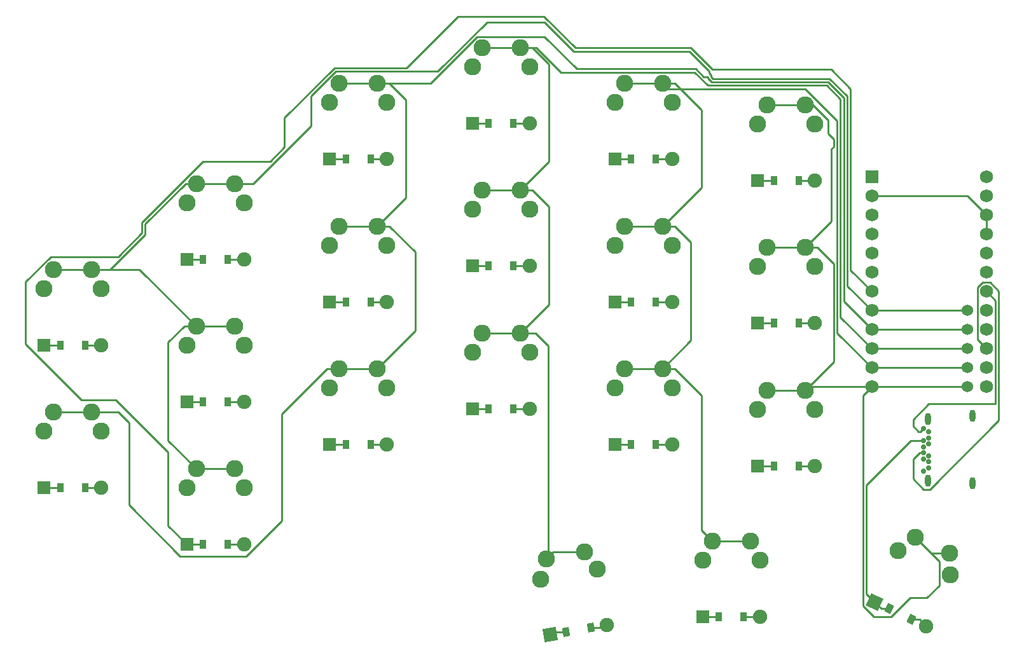
<source format=gbr>
%TF.GenerationSoftware,KiCad,Pcbnew,(7.0.0-0)*%
%TF.CreationDate,2023-06-05T18:59:04+10:00*%
%TF.ProjectId,trone,74726f6e-652e-46b6-9963-61645f706362,v1.0.0*%
%TF.SameCoordinates,Original*%
%TF.FileFunction,Copper,L2,Bot*%
%TF.FilePolarity,Positive*%
%FSLAX46Y46*%
G04 Gerber Fmt 4.6, Leading zero omitted, Abs format (unit mm)*
G04 Created by KiCad (PCBNEW (7.0.0-0)) date 2023-06-05 18:59:04*
%MOMM*%
%LPD*%
G01*
G04 APERTURE LIST*
G04 Aperture macros list*
%AMRotRect*
0 Rectangle, with rotation*
0 The origin of the aperture is its center*
0 $1 length*
0 $2 width*
0 $3 Rotation angle, in degrees counterclockwise*
0 Add horizontal line*
21,1,$1,$2,0,0,$3*%
G04 Aperture macros list end*
%TA.AperFunction,ComponentPad*%
%ADD10C,2.286000*%
%TD*%
%TA.AperFunction,ComponentPad*%
%ADD11RotRect,1.778000X1.778000X10.000000*%
%TD*%
%TA.AperFunction,SMDPad,CuDef*%
%ADD12RotRect,0.900000X1.200000X10.000000*%
%TD*%
%TA.AperFunction,ComponentPad*%
%ADD13C,1.905000*%
%TD*%
%TA.AperFunction,ComponentPad*%
%ADD14R,1.778000X1.778000*%
%TD*%
%TA.AperFunction,SMDPad,CuDef*%
%ADD15R,0.900000X1.200000*%
%TD*%
%TA.AperFunction,ComponentPad*%
%ADD16R,1.752600X1.752600*%
%TD*%
%TA.AperFunction,ComponentPad*%
%ADD17C,1.752600*%
%TD*%
%TA.AperFunction,ComponentPad*%
%ADD18C,1.524000*%
%TD*%
%TA.AperFunction,ComponentPad*%
%ADD19RotRect,1.778000X1.778000X335.000000*%
%TD*%
%TA.AperFunction,SMDPad,CuDef*%
%ADD20RotRect,0.900000X1.200000X335.000000*%
%TD*%
%TA.AperFunction,ComponentPad*%
%ADD21C,0.700000*%
%TD*%
%TA.AperFunction,ComponentPad*%
%ADD22O,0.800000X1.600000*%
%TD*%
%TA.AperFunction,Conductor*%
%ADD23C,0.250000*%
%TD*%
G04 APERTURE END LIST*
D10*
%TO.P,S15,1*%
%TO.N,P10*%
X242460000Y-143012500D03*
X247540000Y-143012500D03*
%TO.P,S15,2*%
%TO.N,inner_bottom*%
X241190000Y-145552500D03*
X248810000Y-145552500D03*
%TD*%
%TO.P,S9,1*%
%TO.N,P14*%
X204460000Y-135392500D03*
X209540000Y-135392500D03*
%TO.P,S9,2*%
%TO.N,middle_bottom*%
X203190000Y-137932500D03*
X210810000Y-137932500D03*
%TD*%
%TO.P,S2,1*%
%TO.N,P18*%
X147460000Y-126920000D03*
X152540000Y-126920000D03*
%TO.P,S2,2*%
%TO.N,outer_top*%
X146190000Y-129460000D03*
X153810000Y-129460000D03*
%TD*%
D11*
%TO.P,D18,1*%
%TO.N,P1*%
X213591122Y-175585638D03*
D12*
X215718307Y-175210557D03*
%TO.P,D18,2*%
%TO.N,inner_fan*%
X218968173Y-174637519D03*
D13*
X221095359Y-174262439D03*
%TD*%
D10*
%TO.P,S16,1*%
%TO.N,P10*%
X242460000Y-124012500D03*
X247540000Y-124012500D03*
%TO.P,S16,2*%
%TO.N,inner_home*%
X241190000Y-126552500D03*
X248810000Y-126552500D03*
%TD*%
%TO.P,S19,1*%
%TO.N,P16*%
X235146347Y-163120685D03*
X240226347Y-163120685D03*
%TO.P,S19,2*%
%TO.N,home_fan*%
X233876347Y-165660685D03*
X241496347Y-165660685D03*
%TD*%
D14*
%TO.P,D15,1*%
%TO.N,P19*%
X241189999Y-153092499D03*
D15*
X243349999Y-153092499D03*
%TO.P,D15,2*%
%TO.N,inner_bottom*%
X246649999Y-153092499D03*
D13*
X248810000Y-153092500D03*
%TD*%
D10*
%TO.P,S10,1*%
%TO.N,P14*%
X204460000Y-116392500D03*
X209540000Y-116392500D03*
%TO.P,S10,2*%
%TO.N,middle_home*%
X203190000Y-118932500D03*
X210810000Y-118932500D03*
%TD*%
D14*
%TO.P,D16,1*%
%TO.N,P0*%
X241189999Y-134092499D03*
D15*
X243349999Y-134092499D03*
%TO.P,D16,2*%
%TO.N,inner_home*%
X246649999Y-134092499D03*
D13*
X248810000Y-134092500D03*
%TD*%
D10*
%TO.P,S1,1*%
%TO.N,P15*%
X147460000Y-145920000D03*
X152540000Y-145920000D03*
%TO.P,S1,2*%
%TO.N,outer_home*%
X146190000Y-148460000D03*
X153810000Y-148460000D03*
%TD*%
D14*
%TO.P,D4,1*%
%TO.N,P0*%
X165189999Y-144569999D03*
D15*
X167349999Y-144569999D03*
%TO.P,D4,2*%
%TO.N,pinky_home*%
X170649999Y-144569999D03*
D13*
X172810000Y-144570000D03*
%TD*%
D10*
%TO.P,S5,1*%
%TO.N,P18*%
X166460000Y-115490000D03*
X171540000Y-115490000D03*
%TO.P,S5,2*%
%TO.N,pinky_top*%
X165190000Y-118030000D03*
X172810000Y-118030000D03*
%TD*%
D14*
%TO.P,D7,1*%
%TO.N,P0*%
X184189999Y-131234999D03*
D15*
X186349999Y-131234999D03*
%TO.P,D7,2*%
%TO.N,ring_home*%
X189649999Y-131234999D03*
D13*
X191810000Y-131235000D03*
%TD*%
D14*
%TO.P,D5,1*%
%TO.N,P4*%
X165189999Y-125569999D03*
D15*
X167349999Y-125569999D03*
%TO.P,D5,2*%
%TO.N,pinky_top*%
X170649999Y-125569999D03*
D13*
X172810000Y-125570000D03*
%TD*%
D10*
%TO.P,S14,1*%
%TO.N,P16*%
X223460000Y-102155000D03*
X228540000Y-102155000D03*
%TO.P,S14,2*%
%TO.N,index_top*%
X222190000Y-104695000D03*
X229810000Y-104695000D03*
%TD*%
D14*
%TO.P,D6,1*%
%TO.N,P19*%
X184189999Y-150234999D03*
D15*
X186349999Y-150234999D03*
%TO.P,D6,2*%
%TO.N,ring_bottom*%
X189649999Y-150234999D03*
D13*
X191810000Y-150235000D03*
%TD*%
D10*
%TO.P,S7,1*%
%TO.N,P15*%
X185460000Y-121155000D03*
X190540000Y-121155000D03*
%TO.P,S7,2*%
%TO.N,ring_home*%
X184190000Y-123695000D03*
X191810000Y-123695000D03*
%TD*%
%TO.P,S3,1*%
%TO.N,P18*%
X166460000Y-153490000D03*
X171540000Y-153490000D03*
%TO.P,S3,2*%
%TO.N,pinky_bottom*%
X165190000Y-156030000D03*
X172810000Y-156030000D03*
%TD*%
D14*
%TO.P,D8,1*%
%TO.N,P4*%
X184189999Y-112234999D03*
D15*
X186349999Y-112234999D03*
%TO.P,D8,2*%
%TO.N,ring_top*%
X189649999Y-112234999D03*
D13*
X191810000Y-112235000D03*
%TD*%
D14*
%TO.P,D3,1*%
%TO.N,P19*%
X165189999Y-163569999D03*
D15*
X167349999Y-163569999D03*
%TO.P,D3,2*%
%TO.N,pinky_bottom*%
X170649999Y-163569999D03*
D13*
X172810000Y-163570000D03*
%TD*%
D10*
%TO.P,S11,1*%
%TO.N,P14*%
X204460000Y-97392500D03*
X209540000Y-97392500D03*
%TO.P,S11,2*%
%TO.N,middle_top*%
X203190000Y-99932500D03*
X210810000Y-99932500D03*
%TD*%
D16*
%TO.P,MCU1,1*%
%TO.N,RAW*%
X256379999Y-114622499D03*
D17*
%TO.P,MCU1,2*%
%TO.N,GND*%
X256380000Y-117162500D03*
%TO.P,MCU1,3*%
%TO.N,RST*%
X256380000Y-119702500D03*
%TO.P,MCU1,4*%
%TO.N,VCC*%
X256380000Y-122242500D03*
%TO.P,MCU1,5*%
%TO.N,P21*%
X256380000Y-124782500D03*
%TO.P,MCU1,6*%
%TO.N,P20*%
X256380000Y-127322500D03*
%TO.P,MCU1,7*%
%TO.N,P19*%
X256380000Y-129862500D03*
%TO.P,MCU1,8*%
%TO.N,P18*%
X256380000Y-132402500D03*
%TO.P,MCU1,9*%
%TO.N,P15*%
X256380000Y-134942500D03*
%TO.P,MCU1,10*%
%TO.N,P14*%
X256380000Y-137482500D03*
%TO.P,MCU1,11*%
%TO.N,P16*%
X256380000Y-140022500D03*
%TO.P,MCU1,12*%
%TO.N,P10*%
X256380000Y-142562500D03*
%TO.P,MCU1,13*%
%TO.N,P1*%
X271620000Y-114622500D03*
%TO.P,MCU1,14*%
%TO.N,P0*%
X271620000Y-117162500D03*
%TO.P,MCU1,15*%
%TO.N,GND*%
X271620000Y-119702500D03*
%TO.P,MCU1,16*%
X271620000Y-122242500D03*
%TO.P,MCU1,17*%
%TO.N,P2*%
X271620000Y-124782500D03*
%TO.P,MCU1,18*%
%TO.N,P3*%
X271620000Y-127322500D03*
%TO.P,MCU1,19*%
%TO.N,P4*%
X271620000Y-129862500D03*
%TO.P,MCU1,20*%
%TO.N,P5*%
X271620000Y-132402500D03*
%TO.P,MCU1,21*%
%TO.N,P6*%
X271620000Y-134942500D03*
%TO.P,MCU1,22*%
%TO.N,P7*%
X271620000Y-137482500D03*
%TO.P,MCU1,23*%
%TO.N,P8*%
X271620000Y-140022500D03*
%TO.P,MCU1,24*%
%TO.N,P9*%
X271620000Y-142562500D03*
D18*
%TO.P,MCU1,25*%
%TO.N,P18*%
X269080000Y-132402500D03*
%TO.P,MCU1,26*%
%TO.N,P15*%
X269080000Y-134942500D03*
%TO.P,MCU1,27*%
%TO.N,P14*%
X269080000Y-137482500D03*
%TO.P,MCU1,28*%
%TO.N,P16*%
X269080000Y-140022500D03*
%TO.P,MCU1,29*%
%TO.N,P10*%
X269080000Y-142562500D03*
%TD*%
D19*
%TO.P,D20,1*%
%TO.N,P1*%
X256715921Y-171190377D03*
D20*
X258673546Y-172103233D03*
%TO.P,D20,2*%
%TO.N,outer_fan*%
X261664362Y-173497873D03*
D13*
X263621988Y-174410730D03*
%TD*%
D10*
%TO.P,S12,1*%
%TO.N,P16*%
X223460000Y-140155000D03*
X228540000Y-140155000D03*
%TO.P,S12,2*%
%TO.N,index_bottom*%
X222190000Y-142695000D03*
X229810000Y-142695000D03*
%TD*%
D14*
%TO.P,D10,1*%
%TO.N,P0*%
X203189999Y-126472499D03*
D15*
X205349999Y-126472499D03*
%TO.P,D10,2*%
%TO.N,middle_home*%
X208649999Y-126472499D03*
D13*
X210810000Y-126472500D03*
%TD*%
D14*
%TO.P,D11,1*%
%TO.N,P4*%
X203189999Y-107472499D03*
D15*
X205349999Y-107472499D03*
%TO.P,D11,2*%
%TO.N,middle_top*%
X208649999Y-107472499D03*
D13*
X210810000Y-107472500D03*
%TD*%
D10*
%TO.P,S17,1*%
%TO.N,P10*%
X242460000Y-105012500D03*
X247540000Y-105012500D03*
%TO.P,S17,2*%
%TO.N,inner_top*%
X241190000Y-107552500D03*
X248810000Y-107552500D03*
%TD*%
%TO.P,S4,1*%
%TO.N,P18*%
X166460000Y-134490000D03*
X171540000Y-134490000D03*
%TO.P,S4,2*%
%TO.N,pinky_home*%
X165190000Y-137030000D03*
X172810000Y-137030000D03*
%TD*%
D14*
%TO.P,D9,1*%
%TO.N,P19*%
X203189999Y-145472499D03*
D15*
X205349999Y-145472499D03*
%TO.P,D9,2*%
%TO.N,middle_bottom*%
X208649999Y-145472499D03*
D13*
X210810000Y-145472500D03*
%TD*%
D10*
%TO.P,S8,1*%
%TO.N,P15*%
X185460000Y-102155000D03*
X190540000Y-102155000D03*
%TO.P,S8,2*%
%TO.N,ring_top*%
X184190000Y-104695000D03*
X191810000Y-104695000D03*
%TD*%
%TO.P,S13,1*%
%TO.N,P16*%
X223460000Y-121155000D03*
X228540000Y-121155000D03*
%TO.P,S13,2*%
%TO.N,index_home*%
X222190000Y-123695000D03*
X229810000Y-123695000D03*
%TD*%
D14*
%TO.P,D17,1*%
%TO.N,P4*%
X241189999Y-115092499D03*
D15*
X243349999Y-115092499D03*
%TO.P,D17,2*%
%TO.N,inner_top*%
X246649999Y-115092499D03*
D13*
X248810000Y-115092500D03*
%TD*%
D14*
%TO.P,D14,1*%
%TO.N,P4*%
X222189999Y-112234999D03*
D15*
X224349999Y-112234999D03*
%TO.P,D14,2*%
%TO.N,index_top*%
X227649999Y-112234999D03*
D13*
X229810000Y-112235000D03*
%TD*%
D14*
%TO.P,D19,1*%
%TO.N,P1*%
X233876346Y-173200684D03*
D15*
X236036346Y-173200684D03*
%TO.P,D19,2*%
%TO.N,home_fan*%
X239336346Y-173200684D03*
D13*
X241496347Y-173200685D03*
%TD*%
D14*
%TO.P,D2,1*%
%TO.N,P1*%
X146189999Y-136999999D03*
D15*
X148349999Y-136999999D03*
%TO.P,D2,2*%
%TO.N,outer_top*%
X151649999Y-136999999D03*
D13*
X153810000Y-137000000D03*
%TD*%
D10*
%TO.P,S6,1*%
%TO.N,P15*%
X185460000Y-140155000D03*
X190540000Y-140155000D03*
%TO.P,S6,2*%
%TO.N,ring_bottom*%
X184190000Y-142695000D03*
X191810000Y-142695000D03*
%TD*%
D21*
%TO.P,USBC1,B1*%
%TO.N,P4*%
X263217500Y-148150000D03*
%TO.P,USBC1,B2*%
%TO.N,P0*%
X263917500Y-148550000D03*
%TO.P,USBC1,B3*%
%TO.N,P19*%
X263917500Y-149350000D03*
%TO.P,USBC1,B4*%
%TO.N,P1*%
X263217500Y-149750000D03*
%TO.P,USBC1,B5*%
%TO.N,P5*%
X263917500Y-150150000D03*
%TO.P,USBC1,B6*%
%TO.N,P6*%
X263217500Y-150550000D03*
%TO.P,USBC1,B7*%
%TO.N,P7*%
X263217500Y-151350000D03*
%TO.P,USBC1,B8*%
%TO.N,P8*%
X263917500Y-151750000D03*
%TO.P,USBC1,B9*%
%TO.N,P9*%
X263217500Y-152150000D03*
%TO.P,USBC1,B10*%
%TO.N,N/C*%
X263917500Y-152550000D03*
%TO.P,USBC1,B11*%
X263917500Y-153350000D03*
%TO.P,USBC1,B12*%
X263217500Y-153750000D03*
D22*
%TO.P,USBC1,SH1*%
X263817499Y-155079999D03*
%TO.P,USBC1,SH2*%
X263817499Y-146819999D03*
%TO.P,USBC1,SH3*%
X269767499Y-155439999D03*
%TO.P,USBC1,SH4*%
X269767499Y-146459999D03*
%TD*%
D14*
%TO.P,D12,1*%
%TO.N,P19*%
X222189999Y-150234999D03*
D15*
X224349999Y-150234999D03*
%TO.P,D12,2*%
%TO.N,index_bottom*%
X227649999Y-150234999D03*
D13*
X229810000Y-150235000D03*
%TD*%
D14*
%TO.P,D13,1*%
%TO.N,P0*%
X222189999Y-131234999D03*
D15*
X224349999Y-131234999D03*
%TO.P,D13,2*%
%TO.N,index_home*%
X227649999Y-131234999D03*
D13*
X229810000Y-131235000D03*
%TD*%
D10*
%TO.P,S20,1*%
%TO.N,P10*%
X262126925Y-162591521D03*
X266730969Y-164738422D03*
%TO.P,S20,2*%
%TO.N,outer_fan*%
X259902464Y-164356818D03*
X266808529Y-167577169D03*
%TD*%
D14*
%TO.P,D1,1*%
%TO.N,P1*%
X146189999Y-155999999D03*
D15*
X148349999Y-155999999D03*
%TO.P,D1,2*%
%TO.N,outer_home*%
X151649999Y-155999999D03*
D13*
X153810000Y-156000000D03*
%TD*%
D10*
%TO.P,S18,1*%
%TO.N,P14*%
X213091456Y-165438243D03*
X218094279Y-164556110D03*
%TO.P,S18,2*%
%TO.N,inner_fan*%
X212281816Y-168160188D03*
X219786051Y-166836989D03*
%TD*%
D23*
%TO.N,P15*%
X235085622Y-101991002D02*
X250582382Y-101991002D01*
X192156446Y-121155000D02*
X195580000Y-124578554D01*
X252654403Y-131216903D02*
X256380000Y-134942500D01*
X195580000Y-135115000D02*
X190540000Y-140155000D01*
X195580000Y-124578554D02*
X195580000Y-135115000D01*
X177800000Y-146198554D02*
X177800000Y-160386658D01*
X190540000Y-121155000D02*
X192156446Y-121155000D01*
X173086658Y-165100000D02*
X164292000Y-165100000D01*
X157480000Y-147320000D02*
X156080000Y-145920000D01*
X252654403Y-104063023D02*
X252654403Y-131216903D01*
X192156446Y-102155000D02*
X194305900Y-104304454D01*
X164292000Y-165100000D02*
X157480000Y-158288000D01*
X250582382Y-101991002D02*
X252654403Y-104063023D01*
X197621434Y-102155000D02*
X203851934Y-95924500D01*
X232953189Y-100237499D02*
X233971688Y-101255998D01*
X212764500Y-95924500D02*
X217077499Y-100237499D01*
X177800000Y-160386658D02*
X173086658Y-165100000D01*
X185460000Y-140155000D02*
X183843554Y-140155000D01*
X203851934Y-95924500D02*
X212764500Y-95924500D01*
X156080000Y-145920000D02*
X152540000Y-145920000D01*
X183843554Y-140155000D02*
X177800000Y-146198554D01*
X256380000Y-134942500D02*
X269080000Y-134942500D01*
X234558998Y-101255998D02*
X234558998Y-101464378D01*
X157480000Y-158288000D02*
X157480000Y-147320000D01*
X190540000Y-140155000D02*
X185460000Y-140155000D01*
X233971688Y-101255998D02*
X234558998Y-101255998D01*
X147460000Y-145920000D02*
X152540000Y-145920000D01*
X234558998Y-101464378D02*
X235085622Y-101991002D01*
X217077499Y-100237499D02*
X232953189Y-100237499D01*
X185460000Y-121155000D02*
X190540000Y-121155000D01*
X194305900Y-117389100D02*
X190540000Y-121155000D01*
X194305900Y-104304454D02*
X194305900Y-117389100D01*
X190540000Y-102155000D02*
X197621434Y-102155000D01*
X190540000Y-102155000D02*
X185460000Y-102155000D01*
X190540000Y-102155000D02*
X192156446Y-102155000D01*
%TO.N,outer_home*%
X151650000Y-156000000D02*
X153810000Y-156000000D01*
%TO.N,P18*%
X152540000Y-126920000D02*
X158890000Y-126920000D01*
X162694100Y-136639454D02*
X162694100Y-149724100D01*
X235008499Y-101024189D02*
X235008499Y-101278189D01*
X235271811Y-101541501D02*
X250768571Y-101541501D01*
X158890000Y-126920000D02*
X166460000Y-134490000D01*
X198615243Y-100525501D02*
X205160744Y-93980000D01*
X159649501Y-120860123D02*
X159649501Y-122269032D01*
X159649501Y-122269032D02*
X154998533Y-126920000D01*
X154998533Y-126920000D02*
X152540000Y-126920000D01*
X234754499Y-100516189D02*
X234754499Y-100770189D01*
X171540000Y-134490000D02*
X166460000Y-134490000D01*
X212826467Y-93980000D02*
X216730968Y-97884501D01*
X165019624Y-115490000D02*
X159649501Y-120860123D01*
X164843554Y-134490000D02*
X162694100Y-136639454D01*
X152540000Y-126920000D02*
X147460000Y-126920000D01*
X181694100Y-107794433D02*
X181694100Y-103844834D01*
X253103904Y-103876834D02*
X253103904Y-129126404D01*
X232122811Y-97884501D02*
X234754499Y-100516189D01*
X205160744Y-93980000D02*
X212826467Y-93980000D01*
X166460000Y-153490000D02*
X171540000Y-153490000D01*
X181694100Y-103844834D02*
X185013433Y-100525501D01*
X173998533Y-115490000D02*
X181694100Y-107794433D01*
X253103904Y-129126404D02*
X256380000Y-132402500D01*
X171540000Y-115490000D02*
X166460000Y-115490000D01*
X185013433Y-100525501D02*
X198615243Y-100525501D01*
X171540000Y-115490000D02*
X173998533Y-115490000D01*
X166460000Y-134490000D02*
X164843554Y-134490000D01*
X216730968Y-97884501D02*
X232122811Y-97884501D01*
X235008499Y-101278189D02*
X235271811Y-101541501D01*
X234754499Y-100770189D02*
X235008499Y-101024189D01*
X166460000Y-115490000D02*
X165019624Y-115490000D01*
X162694100Y-149724100D02*
X166460000Y-153490000D01*
X250768571Y-101541501D02*
X253103904Y-103876834D01*
X256380000Y-132402500D02*
X269080000Y-132402500D01*
%TO.N,outer_top*%
X151650000Y-137000000D02*
X153810000Y-137000000D01*
%TO.N,pinky_bottom*%
X170650000Y-163570000D02*
X172810000Y-163570000D01*
%TO.N,pinky_home*%
X170650000Y-144570000D02*
X172810000Y-144570000D01*
%TO.N,pinky_top*%
X170650000Y-125570000D02*
X172810000Y-125570000D01*
%TO.N,ring_bottom*%
X189650000Y-150235000D02*
X191810000Y-150235000D01*
%TO.N,ring_home*%
X189650000Y-131235000D02*
X191810000Y-131235000D01*
%TO.N,ring_top*%
X189650000Y-112235000D02*
X191810000Y-112235000D01*
%TO.N,P14*%
X232767000Y-100687000D02*
X234520503Y-102440503D01*
X213305900Y-165223799D02*
X213091456Y-165438243D01*
X211592500Y-135392500D02*
X213305900Y-137105900D01*
X213360000Y-112572500D02*
X209540000Y-116392500D01*
X209540000Y-135392500D02*
X211592500Y-135392500D01*
X213360000Y-131572500D02*
X209540000Y-135392500D01*
X211692500Y-97392500D02*
X214987000Y-100687000D01*
X234520503Y-102440503D02*
X250396193Y-102440503D01*
X211156446Y-97392500D02*
X213360000Y-99596054D01*
X250396193Y-102440503D02*
X252204902Y-104249212D01*
X209540000Y-116392500D02*
X204460000Y-116392500D01*
X213360000Y-118596054D02*
X213360000Y-131572500D01*
X209540000Y-116392500D02*
X211156446Y-116392500D01*
X214987000Y-100687000D02*
X232767000Y-100687000D01*
X256380000Y-137482500D02*
X269080000Y-137482500D01*
X209540000Y-135392500D02*
X204460000Y-135392500D01*
X209540000Y-97392500D02*
X204460000Y-97392500D01*
X218094279Y-164556110D02*
X213973589Y-164556110D01*
X213973589Y-164556110D02*
X213091456Y-165438243D01*
X252204902Y-104249212D02*
X252204902Y-133307402D01*
X209540000Y-97392500D02*
X211156446Y-97392500D01*
X209540000Y-97392500D02*
X211692500Y-97392500D01*
X252204902Y-133307402D02*
X256380000Y-137482500D01*
X213360000Y-99596054D02*
X213360000Y-112572500D01*
X211156446Y-116392500D02*
X213360000Y-118596054D01*
X213305900Y-137105900D02*
X213305900Y-165223799D01*
%TO.N,middle_bottom*%
X208650000Y-145472500D02*
X210810000Y-145472500D01*
%TO.N,middle_home*%
X208650000Y-126472500D02*
X210810000Y-126472500D01*
%TO.N,middle_top*%
X208650000Y-107472500D02*
X210810000Y-107472500D01*
%TO.N,P16*%
X230156446Y-121155000D02*
X232305900Y-123304454D01*
X240226347Y-163120685D02*
X235146347Y-163120685D01*
X233680000Y-143678554D02*
X233680000Y-161654338D01*
X228540000Y-102155000D02*
X223460000Y-102155000D01*
X251755401Y-135397901D02*
X256380000Y-140022500D01*
X228540000Y-102155000D02*
X229275004Y-102890004D01*
X251755401Y-107151835D02*
X251755401Y-135397901D01*
X233680000Y-161654338D02*
X235146347Y-163120685D01*
X229275004Y-102890004D02*
X247493570Y-102890004D01*
X233680000Y-116015000D02*
X228540000Y-121155000D01*
X247493570Y-102890004D02*
X251755401Y-107151835D01*
X228540000Y-140155000D02*
X223460000Y-140155000D01*
X232305900Y-123304454D02*
X232305900Y-136389100D01*
X230156446Y-140155000D02*
X233680000Y-143678554D01*
X256380000Y-140022500D02*
X269080000Y-140022500D01*
X228540000Y-121155000D02*
X230156446Y-121155000D01*
X230156446Y-102155000D02*
X233680000Y-105678554D01*
X228540000Y-121155000D02*
X223460000Y-121155000D01*
X228540000Y-102155000D02*
X230156446Y-102155000D01*
X228540000Y-140155000D02*
X230156446Y-140155000D01*
X233680000Y-105678554D02*
X233680000Y-116015000D01*
X232305900Y-136389100D02*
X228540000Y-140155000D01*
%TO.N,index_bottom*%
X227650000Y-150235000D02*
X229810000Y-150235000D01*
%TO.N,index_home*%
X227650000Y-131235000D02*
X229810000Y-131235000D01*
%TO.N,index_top*%
X227650000Y-112235000D02*
X229810000Y-112235000D01*
%TO.N,P10*%
X265340529Y-165805125D02*
X265340529Y-168999471D01*
X242460000Y-143012500D02*
X247540000Y-143012500D01*
X261486716Y-170637915D02*
X258962434Y-173162197D01*
X264273826Y-164738422D02*
X262126925Y-162591521D01*
X250587784Y-108866600D02*
X251305900Y-109584716D01*
X258962434Y-173162197D02*
X256616707Y-173162197D01*
X255209507Y-171754997D02*
X255209507Y-143732993D01*
X263702085Y-170637915D02*
X261486716Y-170637915D01*
X251305900Y-139246600D02*
X247540000Y-143012500D01*
X251305900Y-110600284D02*
X251010499Y-110895685D01*
X251305900Y-109584716D02*
X251305900Y-110600284D01*
X247540000Y-105012500D02*
X248558499Y-105012500D01*
X249156446Y-124012500D02*
X251305900Y-126161954D01*
X255209507Y-143732993D02*
X256380000Y-142562500D01*
X256380000Y-142562500D02*
X247990000Y-142562500D01*
X251010499Y-110895685D02*
X251010499Y-120542001D01*
X247990000Y-142562500D02*
X247540000Y-143012500D01*
X247540000Y-105012500D02*
X242460000Y-105012500D01*
X248558499Y-105012500D02*
X250587784Y-107041785D01*
X251305900Y-126161954D02*
X251305900Y-139246600D01*
X262126925Y-162591521D02*
X265340529Y-165805125D01*
X256380000Y-142562500D02*
X269080000Y-142562500D01*
X251010499Y-120542001D02*
X247540000Y-124012500D01*
X250587784Y-107041785D02*
X250587784Y-108866600D01*
X247540000Y-124012500D02*
X242460000Y-124012500D01*
X266730969Y-164738422D02*
X264273826Y-164738422D01*
X265340529Y-168999471D02*
X263702085Y-170637915D01*
X247540000Y-124012500D02*
X249156446Y-124012500D01*
X256616707Y-173162197D02*
X255209507Y-171754997D01*
%TO.N,inner_bottom*%
X246650000Y-153092500D02*
X248810000Y-153092500D01*
%TO.N,inner_home*%
X246650000Y-134092500D02*
X248810000Y-134092500D01*
%TO.N,inner_top*%
X246650000Y-115092500D02*
X248810000Y-115092500D01*
%TO.N,inner_fan*%
X220720278Y-174637520D02*
X221095359Y-174262439D01*
X218968174Y-174637520D02*
X220720278Y-174637520D01*
%TO.N,home_fan*%
X239336347Y-173200685D02*
X241496347Y-173200685D01*
%TO.N,outer_fan*%
X262709132Y-173497874D02*
X263621988Y-174410730D01*
X261664363Y-173497874D02*
X262709132Y-173497874D01*
%TO.N,P1*%
X261590861Y-149750000D02*
X255659008Y-155681853D01*
X148350000Y-137000000D02*
X146190000Y-137000000D01*
X255659008Y-170133464D02*
X256715922Y-171190378D01*
X236036347Y-173200685D02*
X233876347Y-173200685D01*
X213966204Y-175210558D02*
X213591123Y-175585639D01*
X148350000Y-156000000D02*
X146190000Y-156000000D01*
X263217500Y-149750000D02*
X261590861Y-149750000D01*
X257628778Y-172103234D02*
X256715922Y-171190378D01*
X255659008Y-155681853D02*
X255659008Y-170133464D01*
X215718308Y-175210558D02*
X213966204Y-175210558D01*
X258673547Y-172103234D02*
X257628778Y-172103234D01*
%TO.N,P19*%
X186350000Y-150235000D02*
X184190000Y-150235000D01*
X159200000Y-122082843D02*
X156060843Y-125222000D01*
X184827743Y-100075501D02*
X178200000Y-106703244D01*
X159200000Y-120673934D02*
X159200000Y-122082843D01*
X155702000Y-144272000D02*
X162694100Y-151264100D01*
X143694100Y-136836100D02*
X151130000Y-144272000D01*
X167351934Y-112522000D02*
X159200000Y-120673934D01*
X178200000Y-110652843D02*
X176330843Y-112522000D01*
X250952000Y-100292500D02*
X235166500Y-100292500D01*
X253553405Y-127035905D02*
X253553405Y-102893905D01*
X243350000Y-153092500D02*
X241190000Y-153092500D01*
X167350000Y-163570000D02*
X165190000Y-163570000D01*
X201299843Y-93218000D02*
X194442342Y-100075501D01*
X162694100Y-161074100D02*
X165190000Y-163570000D01*
X151130000Y-144272000D02*
X155702000Y-144272000D01*
X216917157Y-97435000D02*
X212700157Y-93218000D01*
X176330843Y-112522000D02*
X167351934Y-112522000D01*
X143694100Y-128585900D02*
X143694100Y-136836100D01*
X205350000Y-145472500D02*
X203190000Y-145472500D01*
X194442342Y-100075501D02*
X184827743Y-100075501D01*
X235166500Y-100292500D02*
X232309000Y-97435000D01*
X178200000Y-106703244D02*
X178200000Y-110652843D01*
X232309000Y-97435000D02*
X216917157Y-97435000D01*
X156060843Y-125222000D02*
X147058000Y-125222000D01*
X212700157Y-93218000D02*
X201299843Y-93218000D01*
X256380000Y-129862500D02*
X253553405Y-127035905D01*
X224350000Y-150235000D02*
X222190000Y-150235000D01*
X162694100Y-151264100D02*
X162694100Y-161074100D01*
X147058000Y-125222000D02*
X143694100Y-128585900D01*
X253553405Y-102893905D02*
X250952000Y-100292500D01*
%TO.N,P0*%
X205350000Y-126472500D02*
X203190000Y-126472500D01*
X243350000Y-134092500D02*
X241190000Y-134092500D01*
X224350000Y-131235000D02*
X222190000Y-131235000D01*
X167350000Y-144570000D02*
X165190000Y-144570000D01*
X186350000Y-131235000D02*
X184190000Y-131235000D01*
%TO.N,P4*%
X263946046Y-144831505D02*
X261867500Y-146910051D01*
X224350000Y-112235000D02*
X222190000Y-112235000D01*
X243350000Y-115092500D02*
X241190000Y-115092500D01*
X262867501Y-148499999D02*
X263217500Y-148150000D01*
X261867500Y-146910051D02*
X261867500Y-147789949D01*
X272821300Y-144831505D02*
X263946046Y-144831505D01*
X272821300Y-131063800D02*
X272821300Y-144831505D01*
X167350000Y-125570000D02*
X165190000Y-125570000D01*
X262577550Y-148499999D02*
X262867501Y-148499999D01*
X205350000Y-107472500D02*
X203190000Y-107472500D01*
X261867500Y-147789949D02*
X262577550Y-148499999D01*
X186350000Y-112235000D02*
X184190000Y-112235000D01*
X271620000Y-129862500D02*
X272821300Y-131063800D01*
%TO.N,P7*%
X273271300Y-129814905D02*
X273271300Y-147051505D01*
X270418700Y-129364905D02*
X271122405Y-128661200D01*
X261867500Y-152205026D02*
X262722526Y-151350000D01*
X263232551Y-156205000D02*
X261867500Y-154839949D01*
X261867500Y-154839949D02*
X261867500Y-152205026D01*
X272117595Y-128661200D02*
X273271300Y-129814905D01*
X262722526Y-151350000D02*
X263217500Y-151350000D01*
X270418700Y-136281200D02*
X270418700Y-129364905D01*
X271620000Y-137482500D02*
X270418700Y-136281200D01*
X273271300Y-147051505D02*
X264117805Y-156205000D01*
X264117805Y-156205000D02*
X263232551Y-156205000D01*
X271122405Y-128661200D02*
X272117595Y-128661200D01*
%TO.N,GND*%
X271620000Y-119702500D02*
X271620000Y-122242500D01*
X256380000Y-117162500D02*
X269080000Y-117162500D01*
X269080000Y-117162500D02*
X271620000Y-119702500D01*
%TD*%
M02*

</source>
